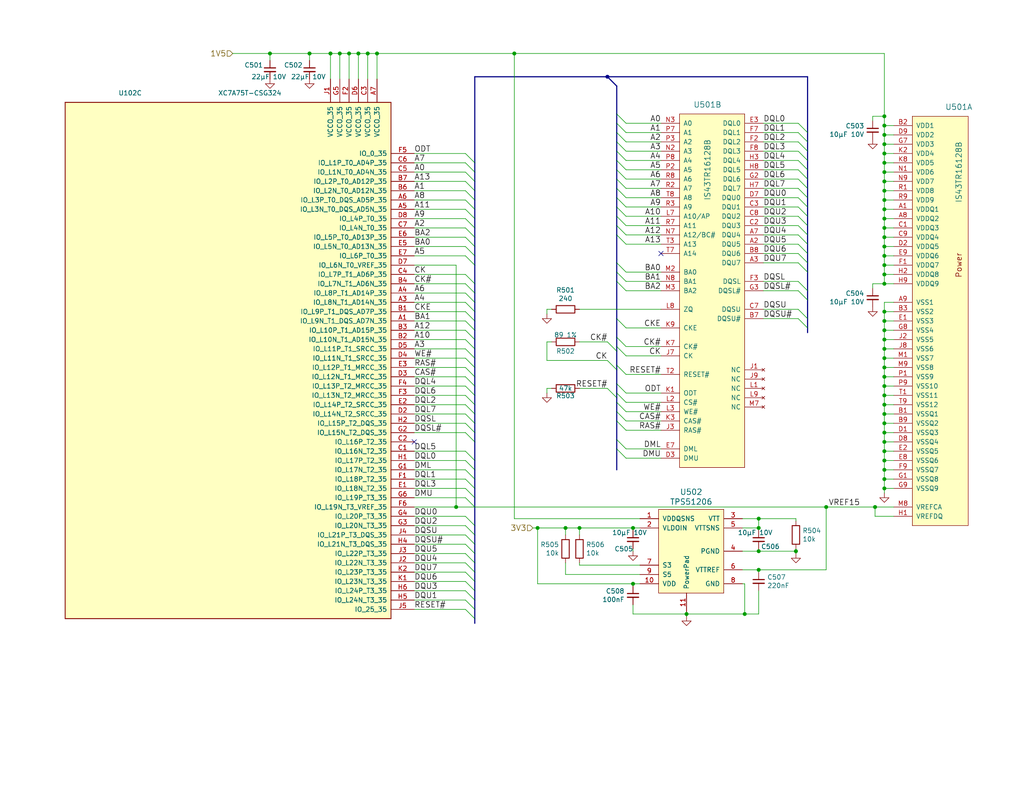
<source format=kicad_sch>
(kicad_sch (version 20230121) (generator eeschema)
  (paper "A")
  (title_block (title "Memory") (date "2020-11-16") (rev "0.2"))
  (junction (at 241.3 102.87))
  (junction (at 241.3 31.75))
  (junction (at 92.71 14.605))
  (junction (at 124.46 138.43))
  (junction (at 241.3 85.09))
  (junction (at 241.3 133.35))
  (junction (at 207.01 150.495))
  (junction (at 241.3 72.39))
  (junction (at 241.3 90.17))
  (junction (at 241.3 54.61))
  (junction (at 207.01 141.605))
  (junction (at 241.3 64.77))
  (junction (at 241.3 77.47))
  (junction (at 241.3 120.65))
  (junction (at 241.3 39.37))
  (junction (at 241.3 107.95))
  (junction (at 241.3 95.25))
  (junction (at 73.66 14.605))
  (junction (at 217.17 150.495))
  (junction (at 95.25 14.605))
  (junction (at 172.72 144.145))
  (junction (at 158.115 144.145))
  (junction (at 154.305 144.145))
  (junction (at 241.3 113.03))
  (junction (at 241.3 46.99))
  (junction (at 241.3 44.45))
  (junction (at 241.3 125.73))
  (junction (at 241.3 128.27))
  (junction (at 241.3 92.71))
  (junction (at 165.735 20.955))
  (junction (at 241.3 52.07))
  (junction (at 241.3 57.15))
  (junction (at 207.01 144.145))
  (junction (at 241.3 110.49))
  (junction (at 241.3 115.57))
  (junction (at 241.3 49.53))
  (junction (at 238.76 138.43))
  (junction (at 172.72 159.385))
  (junction (at 146.685 144.145))
  (junction (at 84.455 14.605))
  (junction (at 241.3 123.19))
  (junction (at 207.01 155.575))
  (junction (at 241.3 67.31))
  (junction (at 241.3 69.85))
  (junction (at 241.3 100.33))
  (junction (at 241.3 59.69))
  (junction (at 241.3 41.91))
  (junction (at 241.3 105.41))
  (junction (at 97.79 14.605))
  (junction (at 100.33 14.605))
  (junction (at 187.325 167.64))
  (junction (at 102.87 14.605))
  (junction (at 241.3 130.81))
  (junction (at 241.3 97.79))
  (junction (at 225.425 138.43))
  (junction (at 241.3 36.83))
  (junction (at 241.3 34.29))
  (junction (at 90.17 14.605))
  (junction (at 241.3 62.23))
  (junction (at 203.2 167.64))
  (junction (at 140.335 14.605))
  (junction (at 241.3 74.93))
  (junction (at 241.3 118.11))
  (junction (at 241.3 87.63))
  (no_connect (at 113.03 120.65))
  (no_connect (at 180.34 69.215))
  (bus_entry (at 168.275 94.615) (size 2.54 2.54))
  (bus_entry (at 168.275 99.695) (size 2.54 2.54))
  (bus_entry (at 127 143.51) (size 2.54 2.54))
  (bus_entry (at 217.805 59.055) (size 2.54 2.54))
  (bus_entry (at 127 46.99) (size 2.54 2.54))
  (bus_entry (at 127 92.71) (size 2.54 2.54))
  (bus_entry (at 127 115.57) (size 2.54 2.54))
  (bus_entry (at 168.275 112.395) (size 2.54 2.54))
  (bus_entry (at 168.275 56.515) (size 2.54 2.54))
  (bus_entry (at 168.275 86.995) (size 2.54 2.54))
  (bus_entry (at 127 74.93) (size 2.54 2.54))
  (bus_entry (at 127 64.77) (size 2.54 2.54))
  (bus_entry (at 127 90.17) (size 2.54 2.54))
  (bus_entry (at 217.805 46.355) (size 2.54 2.54))
  (bus_entry (at 217.805 38.735) (size 2.54 2.54))
  (bus_entry (at 127 62.23) (size 2.54 2.54))
  (bus_entry (at 127 125.73) (size 2.54 2.54))
  (bus_entry (at 168.275 38.735) (size 2.54 2.54))
  (bus_entry (at 217.805 43.815) (size 2.54 2.54))
  (bus_entry (at 127 146.05) (size 2.54 2.54))
  (bus_entry (at 168.275 53.975) (size 2.54 2.54))
  (bus_entry (at 168.275 114.935) (size 2.54 2.54))
  (bus_entry (at 127 105.41) (size 2.54 2.54))
  (bus_entry (at 168.275 33.655) (size 2.54 2.54))
  (bus_entry (at 165.735 93.345) (size 2.54 2.54))
  (bus_entry (at 168.275 36.195) (size 2.54 2.54))
  (bus_entry (at 127 97.79) (size 2.54 2.54))
  (bus_entry (at 168.275 122.555) (size 2.54 2.54))
  (bus_entry (at 127 140.97) (size 2.54 2.54))
  (bus_entry (at 217.805 79.375) (size 2.54 2.54))
  (bus_entry (at 127 95.25) (size 2.54 2.54))
  (bus_entry (at 217.805 69.215) (size 2.54 2.54))
  (bus_entry (at 168.275 46.355) (size 2.54 2.54))
  (bus_entry (at 127 148.59) (size 2.54 2.54))
  (bus_entry (at 165.735 98.425) (size 2.54 2.54))
  (bus_entry (at 127 133.35) (size 2.54 2.54))
  (bus_entry (at 127 166.37) (size 2.54 2.54))
  (bus_entry (at 168.275 104.775) (size 2.54 2.54))
  (bus_entry (at 217.805 41.275) (size 2.54 2.54))
  (bus_entry (at 127 130.81) (size 2.54 2.54))
  (bus_entry (at 127 163.83) (size 2.54 2.54))
  (bus_entry (at 127 49.53) (size 2.54 2.54))
  (bus_entry (at 127 67.31) (size 2.54 2.54))
  (bus_entry (at 127 158.75) (size 2.54 2.54))
  (bus_entry (at 217.805 53.975) (size 2.54 2.54))
  (bus_entry (at 217.805 48.895) (size 2.54 2.54))
  (bus_entry (at 168.275 120.015) (size 2.54 2.54))
  (bus_entry (at 217.805 66.675) (size 2.54 2.54))
  (bus_entry (at 217.805 64.135) (size 2.54 2.54))
  (bus_entry (at 168.275 43.815) (size 2.54 2.54))
  (bus_entry (at 127 44.45) (size 2.54 2.54))
  (bus_entry (at 168.275 48.895) (size 2.54 2.54))
  (bus_entry (at 127 102.87) (size 2.54 2.54))
  (bus_entry (at 217.805 71.755) (size 2.54 2.54))
  (bus_entry (at 127 128.27) (size 2.54 2.54))
  (bus_entry (at 165.735 106.045) (size 2.54 2.54))
  (bus_entry (at 168.275 59.055) (size 2.54 2.54))
  (bus_entry (at 127 135.89) (size 2.54 2.54))
  (bus_entry (at 127 69.85) (size 2.54 2.54))
  (bus_entry (at 217.805 86.995) (size 2.54 2.54))
  (bus_entry (at 217.805 33.655) (size 2.54 2.54))
  (bus_entry (at 127 113.03) (size 2.54 2.54))
  (bus_entry (at 168.275 64.135) (size 2.54 2.54))
  (bus_entry (at 127 156.21) (size 2.54 2.54))
  (bus_entry (at 127 100.33) (size 2.54 2.54))
  (bus_entry (at 127 59.69) (size 2.54 2.54))
  (bus_entry (at 217.805 61.595) (size 2.54 2.54))
  (bus_entry (at 217.805 84.455) (size 2.54 2.54))
  (bus_entry (at 168.275 51.435) (size 2.54 2.54))
  (bus_entry (at 127 80.01) (size 2.54 2.54))
  (bus_entry (at 127 77.47) (size 2.54 2.54))
  (bus_entry (at 127 87.63) (size 2.54 2.54))
  (bus_entry (at 168.275 74.295) (size 2.54 2.54))
  (bus_entry (at 127 118.11) (size 2.54 2.54))
  (bus_entry (at 127 41.91) (size 2.54 2.54))
  (bus_entry (at 127 153.67) (size 2.54 2.54))
  (bus_entry (at 127 85.09) (size 2.54 2.54))
  (bus_entry (at 168.275 109.855) (size 2.54 2.54))
  (bus_entry (at 127 161.29) (size 2.54 2.54))
  (bus_entry (at 127 151.13) (size 2.54 2.54))
  (bus_entry (at 168.275 61.595) (size 2.54 2.54))
  (bus_entry (at 127 82.55) (size 2.54 2.54))
  (bus_entry (at 217.805 56.515) (size 2.54 2.54))
  (bus_entry (at 217.805 76.835) (size 2.54 2.54))
  (bus_entry (at 168.275 31.115) (size 2.54 2.54))
  (bus_entry (at 127 52.07) (size 2.54 2.54))
  (bus_entry (at 168.275 76.835) (size 2.54 2.54))
  (bus_entry (at 217.805 36.195) (size 2.54 2.54))
  (bus_entry (at 168.275 41.275) (size 2.54 2.54))
  (bus_entry (at 127 110.49) (size 2.54 2.54))
  (bus_entry (at 168.275 92.075) (size 2.54 2.54))
  (bus_entry (at 127 57.15) (size 2.54 2.54))
  (bus_entry (at 217.805 51.435) (size 2.54 2.54))
  (bus_entry (at 127 54.61) (size 2.54 2.54))
  (bus_entry (at 168.275 71.755) (size 2.54 2.54))
  (bus_entry (at 127 107.95) (size 2.54 2.54))
  (bus_entry (at 168.275 107.315) (size 2.54 2.54))
  (bus_entry (at 127 123.19) (size 2.54 2.54))
  (bus (pts (xy 168.275 41.275) (xy 168.275 43.815)))
  (wire (pts (xy 180.34 64.135) (xy 170.815 64.135)))
  (wire (pts (xy 241.3 128.27) (xy 241.3 130.81)))
  (wire (pts (xy 187.325 167.64) (xy 203.2 167.64)))
  (wire (pts (xy 127 156.21) (xy 113.03 156.21)))
  (bus (pts (xy 129.54 156.21) (xy 129.54 158.75)))
  (wire (pts (xy 241.3 46.99) (xy 241.3 49.53)))
  (wire (pts (xy 241.3 46.99) (xy 243.84 46.99)))
  (wire (pts (xy 170.815 125.095) (xy 180.34 125.095)))
  (bus (pts (xy 129.54 77.47) (xy 129.54 80.01)))
  (bus (pts (xy 168.275 109.855) (xy 168.275 112.395)))
  (wire (pts (xy 140.335 14.605) (xy 241.3 14.605)))
  (wire (pts (xy 180.34 79.375) (xy 170.815 79.375)))
  (bus (pts (xy 129.54 67.31) (xy 129.54 69.85)))
  (bus (pts (xy 129.54 118.11) (xy 129.54 120.65)))
  (wire (pts (xy 124.46 138.43) (xy 129.54 138.43)))
  (wire (pts (xy 149.225 107.315) (xy 149.225 106.045)))
  (wire (pts (xy 217.805 48.895) (xy 208.28 48.895)))
  (wire (pts (xy 241.3 44.45) (xy 241.3 46.99)))
  (wire (pts (xy 73.66 16.51) (xy 73.66 14.605)))
  (wire (pts (xy 241.3 118.11) (xy 241.3 120.65)))
  (wire (pts (xy 180.34 38.735) (xy 170.815 38.735)))
  (wire (pts (xy 243.84 140.97) (xy 238.76 140.97)))
  (bus (pts (xy 168.275 51.435) (xy 168.275 53.975)))
  (wire (pts (xy 113.03 158.75) (xy 127 158.75)))
  (wire (pts (xy 243.84 82.55) (xy 241.3 82.55)))
  (wire (pts (xy 127 133.35) (xy 113.03 133.35)))
  (bus (pts (xy 129.54 130.81) (xy 129.54 133.35)))
  (wire (pts (xy 113.03 135.89) (xy 127 135.89)))
  (bus (pts (xy 220.345 41.275) (xy 220.345 43.815)))
  (bus (pts (xy 220.345 74.295) (xy 220.345 79.375)))
  (wire (pts (xy 92.71 14.605) (xy 95.25 14.605)))
  (wire (pts (xy 217.805 51.435) (xy 208.28 51.435)))
  (wire (pts (xy 241.3 57.15) (xy 243.84 57.15)))
  (wire (pts (xy 241.3 113.03) (xy 243.84 113.03)))
  (wire (pts (xy 140.335 14.605) (xy 140.335 141.605)))
  (wire (pts (xy 113.03 82.55) (xy 127 82.55)))
  (bus (pts (xy 129.54 90.17) (xy 129.54 92.71)))
  (wire (pts (xy 217.805 66.675) (xy 208.28 66.675)))
  (bus (pts (xy 168.275 36.195) (xy 168.275 38.735)))
  (wire (pts (xy 241.3 62.23) (xy 243.84 62.23)))
  (wire (pts (xy 217.805 64.135) (xy 208.28 64.135)))
  (wire (pts (xy 241.3 107.95) (xy 241.3 110.49)))
  (wire (pts (xy 202.565 150.495) (xy 207.01 150.495)))
  (wire (pts (xy 174.625 141.605) (xy 140.335 141.605)))
  (wire (pts (xy 100.33 21.59) (xy 100.33 14.605)))
  (wire (pts (xy 241.3 54.61) (xy 241.3 57.15)))
  (bus (pts (xy 168.275 94.615) (xy 168.275 95.885)))
  (wire (pts (xy 241.3 85.09) (xy 241.3 87.63)))
  (bus (pts (xy 168.275 120.015) (xy 168.275 122.555)))
  (wire (pts (xy 217.805 46.355) (xy 208.28 46.355)))
  (wire (pts (xy 84.455 14.605) (xy 90.17 14.605)))
  (wire (pts (xy 127 151.13) (xy 113.03 151.13)))
  (wire (pts (xy 241.3 110.49) (xy 241.3 113.03)))
  (wire (pts (xy 238.76 140.97) (xy 238.76 138.43)))
  (bus (pts (xy 168.275 48.895) (xy 168.275 51.435)))
  (wire (pts (xy 95.25 21.59) (xy 95.25 14.605)))
  (wire (pts (xy 170.815 122.555) (xy 180.34 122.555)))
  (wire (pts (xy 241.3 14.605) (xy 241.3 31.75)))
  (wire (pts (xy 149.225 93.345) (xy 150.495 93.345)))
  (wire (pts (xy 113.03 41.91) (xy 127 41.91)))
  (wire (pts (xy 207.01 141.605) (xy 207.01 144.145)))
  (wire (pts (xy 217.805 69.215) (xy 208.28 69.215)))
  (wire (pts (xy 158.115 93.345) (xy 165.735 93.345)))
  (bus (pts (xy 129.54 158.75) (xy 129.54 161.29)))
  (wire (pts (xy 241.3 34.29) (xy 241.3 36.83)))
  (wire (pts (xy 170.815 117.475) (xy 180.34 117.475)))
  (bus (pts (xy 129.54 133.35) (xy 129.54 135.89)))
  (wire (pts (xy 241.3 102.87) (xy 243.84 102.87)))
  (wire (pts (xy 207.01 141.605) (xy 217.17 141.605)))
  (wire (pts (xy 241.3 90.17) (xy 241.3 92.71)))
  (wire (pts (xy 241.3 77.47) (xy 243.84 77.47)))
  (bus (pts (xy 220.345 38.735) (xy 220.345 41.275)))
  (wire (pts (xy 113.03 100.33) (xy 127 100.33)))
  (bus (pts (xy 129.54 92.71) (xy 129.54 95.25)))
  (wire (pts (xy 154.305 153.67) (xy 154.305 156.845)))
  (wire (pts (xy 241.3 110.49) (xy 243.84 110.49)))
  (bus (pts (xy 220.345 46.355) (xy 220.345 48.895)))
  (wire (pts (xy 241.3 62.23) (xy 241.3 64.77)))
  (wire (pts (xy 149.225 98.425) (xy 149.225 93.345)))
  (wire (pts (xy 241.3 92.71) (xy 243.84 92.71)))
  (bus (pts (xy 168.275 76.835) (xy 168.275 86.995)))
  (wire (pts (xy 113.03 113.03) (xy 127 113.03)))
  (bus (pts (xy 129.54 105.41) (xy 129.54 107.95)))
  (wire (pts (xy 241.3 41.91) (xy 243.84 41.91)))
  (wire (pts (xy 217.17 150.495) (xy 217.17 151.13)))
  (bus (pts (xy 220.345 20.955) (xy 220.345 36.195)))
  (wire (pts (xy 180.34 43.815) (xy 170.815 43.815)))
  (wire (pts (xy 73.66 14.605) (xy 84.455 14.605)))
  (wire (pts (xy 146.685 159.385) (xy 146.685 144.145)))
  (wire (pts (xy 180.34 114.935) (xy 170.815 114.935)))
  (bus (pts (xy 129.54 69.85) (xy 129.54 72.39)))
  (bus (pts (xy 168.275 112.395) (xy 168.275 114.935)))
  (bus (pts (xy 168.275 33.655) (xy 168.275 36.195)))
  (wire (pts (xy 129.54 138.43) (xy 225.425 138.43)))
  (wire (pts (xy 180.34 76.835) (xy 170.815 76.835)))
  (wire (pts (xy 241.3 72.39) (xy 243.84 72.39)))
  (wire (pts (xy 241.3 67.31) (xy 243.84 67.31)))
  (bus (pts (xy 168.275 107.315) (xy 168.275 108.585)))
  (wire (pts (xy 158.115 154.305) (xy 174.625 154.305)))
  (wire (pts (xy 187.325 167.005) (xy 187.325 167.64)))
  (wire (pts (xy 241.3 95.25) (xy 243.84 95.25)))
  (wire (pts (xy 217.805 43.815) (xy 208.28 43.815)))
  (wire (pts (xy 113.03 92.71) (xy 127 92.71)))
  (wire (pts (xy 180.34 33.655) (xy 170.815 33.655)))
  (wire (pts (xy 154.305 144.145) (xy 158.115 144.145)))
  (wire (pts (xy 174.625 159.385) (xy 172.72 159.385)))
  (wire (pts (xy 127 110.49) (xy 113.03 110.49)))
  (wire (pts (xy 241.3 31.75) (xy 241.3 34.29)))
  (wire (pts (xy 113.03 72.39) (xy 124.46 72.39)))
  (wire (pts (xy 180.34 97.155) (xy 170.815 97.155)))
  (bus (pts (xy 220.345 89.535) (xy 220.345 90.805)))
  (wire (pts (xy 180.34 59.055) (xy 170.815 59.055)))
  (bus (pts (xy 168.275 122.555) (xy 168.275 128.27)))
  (wire (pts (xy 113.03 46.99) (xy 127 46.99)))
  (wire (pts (xy 113.03 153.67) (xy 127 153.67)))
  (wire (pts (xy 154.305 156.845) (xy 174.625 156.845)))
  (bus (pts (xy 129.54 143.51) (xy 129.54 146.05)))
  (wire (pts (xy 241.3 128.27) (xy 243.84 128.27)))
  (bus (pts (xy 168.275 108.585) (xy 168.275 109.855)))
  (bus (pts (xy 168.275 64.135) (xy 168.275 71.755)))
  (wire (pts (xy 217.805 86.995) (xy 208.28 86.995)))
  (wire (pts (xy 217.805 71.755) (xy 208.28 71.755)))
  (bus (pts (xy 168.275 71.755) (xy 168.275 74.295)))
  (wire (pts (xy 172.72 165.1) (xy 172.72 167.64)))
  (wire (pts (xy 241.3 97.79) (xy 241.3 100.33)))
  (wire (pts (xy 241.3 125.73) (xy 243.84 125.73)))
  (wire (pts (xy 238.125 33.02) (xy 238.125 31.75)))
  (wire (pts (xy 241.3 100.33) (xy 243.84 100.33)))
  (wire (pts (xy 241.3 52.07) (xy 241.3 54.61)))
  (bus (pts (xy 168.275 46.355) (xy 168.275 48.895)))
  (wire (pts (xy 158.115 144.145) (xy 172.72 144.145)))
  (wire (pts (xy 241.3 74.93) (xy 241.3 77.47)))
  (wire (pts (xy 203.2 167.64) (xy 207.01 167.64)))
  (bus (pts (xy 129.54 72.39) (xy 129.54 77.47)))
  (wire (pts (xy 241.3 115.57) (xy 243.84 115.57)))
  (wire (pts (xy 241.3 120.65) (xy 243.84 120.65)))
  (wire (pts (xy 127 64.77) (xy 113.03 64.77)))
  (wire (pts (xy 241.3 90.17) (xy 243.84 90.17)))
  (bus (pts (xy 168.275 95.885) (xy 168.275 99.695)))
  (bus (pts (xy 129.54 125.73) (xy 129.54 128.27)))
  (wire (pts (xy 180.34 46.355) (xy 170.815 46.355)))
  (bus (pts (xy 129.54 20.955) (xy 165.735 20.955)))
  (bus (pts (xy 129.54 128.27) (xy 129.54 130.81)))
  (wire (pts (xy 241.3 95.25) (xy 241.3 97.79)))
  (wire (pts (xy 241.3 36.83) (xy 241.3 39.37)))
  (wire (pts (xy 170.815 94.615) (xy 180.34 94.615)))
  (wire (pts (xy 217.805 53.975) (xy 208.28 53.975)))
  (bus (pts (xy 165.735 20.955) (xy 220.345 20.955)))
  (wire (pts (xy 241.3 100.33) (xy 241.3 102.87)))
  (wire (pts (xy 241.3 130.81) (xy 243.84 130.81)))
  (wire (pts (xy 154.305 146.05) (xy 154.305 144.145)))
  (wire (pts (xy 241.3 74.93) (xy 243.84 74.93)))
  (wire (pts (xy 180.34 51.435) (xy 170.815 51.435)))
  (wire (pts (xy 217.17 150.495) (xy 217.17 149.86)))
  (wire (pts (xy 180.34 109.855) (xy 170.815 109.855)))
  (wire (pts (xy 113.03 44.45) (xy 127 44.45)))
  (wire (pts (xy 165.735 98.425) (xy 149.225 98.425)))
  (wire (pts (xy 127 123.19) (xy 113.03 123.19)))
  (wire (pts (xy 150.495 84.455) (xy 149.225 84.455)))
  (bus (pts (xy 165.735 20.955) (xy 168.275 23.495)))
  (wire (pts (xy 113.03 125.73) (xy 127 125.73)))
  (wire (pts (xy 180.34 53.975) (xy 170.815 53.975)))
  (wire (pts (xy 241.3 67.31) (xy 241.3 69.85)))
  (bus (pts (xy 168.275 56.515) (xy 168.275 59.055)))
  (bus (pts (xy 129.54 166.37) (xy 129.54 168.91)))
  (bus (pts (xy 168.275 38.735) (xy 168.275 41.275)))
  (wire (pts (xy 124.46 72.39) (xy 124.46 138.43)))
  (wire (pts (xy 207.01 150.495) (xy 217.17 150.495)))
  (wire (pts (xy 97.79 14.605) (xy 100.33 14.605)))
  (wire (pts (xy 241.3 39.37) (xy 241.3 41.91)))
  (wire (pts (xy 241.3 97.79) (xy 243.84 97.79)))
  (wire (pts (xy 241.3 69.85) (xy 243.84 69.85)))
  (bus (pts (xy 220.345 71.755) (xy 220.345 74.295)))
  (bus (pts (xy 129.54 168.91) (xy 129.54 170.18)))
  (wire (pts (xy 217.17 141.605) (xy 217.17 142.24)))
  (bus (pts (xy 168.275 86.995) (xy 168.275 92.075)))
  (wire (pts (xy 202.565 159.385) (xy 203.2 159.385)))
  (wire (pts (xy 113.03 102.87) (xy 127 102.87)))
  (wire (pts (xy 180.34 61.595) (xy 170.815 61.595)))
  (wire (pts (xy 127 97.79) (xy 113.03 97.79)))
  (bus (pts (xy 220.345 48.895) (xy 220.345 51.435)))
  (wire (pts (xy 180.34 36.195) (xy 170.815 36.195)))
  (wire (pts (xy 113.03 49.53) (xy 127 49.53)))
  (bus (pts (xy 220.345 79.375) (xy 220.345 81.915)))
  (wire (pts (xy 127 74.93) (xy 113.03 74.93)))
  (wire (pts (xy 180.34 107.315) (xy 170.815 107.315)))
  (wire (pts (xy 217.805 56.515) (xy 208.28 56.515)))
  (wire (pts (xy 124.46 138.43) (xy 113.03 138.43)))
  (bus (pts (xy 129.54 62.23) (xy 129.54 64.77)))
  (bus (pts (xy 220.345 69.215) (xy 220.345 71.755)))
  (bus (pts (xy 168.275 61.595) (xy 168.275 64.135)))
  (wire (pts (xy 113.03 163.83) (xy 127 163.83)))
  (wire (pts (xy 180.34 89.535) (xy 170.815 89.535)))
  (wire (pts (xy 172.72 160.02) (xy 172.72 159.385)))
  (wire (pts (xy 217.805 84.455) (xy 208.28 84.455)))
  (bus (pts (xy 220.345 56.515) (xy 220.345 59.055)))
  (wire (pts (xy 113.03 77.47) (xy 127 77.47)))
  (bus (pts (xy 220.345 66.675) (xy 220.345 69.215)))
  (wire (pts (xy 113.03 130.81) (xy 127 130.81)))
  (wire (pts (xy 127 69.85) (xy 113.03 69.85)))
  (wire (pts (xy 241.3 64.77) (xy 241.3 67.31)))
  (wire (pts (xy 241.3 118.11) (xy 243.84 118.11)))
  (bus (pts (xy 168.275 92.075) (xy 168.275 94.615)))
  (bus (pts (xy 129.54 54.61) (xy 129.54 57.15)))
  (wire (pts (xy 113.03 54.61) (xy 127 54.61)))
  (wire (pts (xy 180.34 74.295) (xy 170.815 74.295)))
  (wire (pts (xy 241.3 105.41) (xy 241.3 107.95)))
  (wire (pts (xy 127 85.09) (xy 113.03 85.09)))
  (wire (pts (xy 127 140.97) (xy 113.03 140.97)))
  (wire (pts (xy 113.03 148.59) (xy 127 148.59)))
  (wire (pts (xy 149.225 84.455) (xy 149.225 85.725)))
  (wire (pts (xy 241.3 54.61) (xy 243.84 54.61)))
  (bus (pts (xy 129.54 44.45) (xy 129.54 46.99)))
  (wire (pts (xy 158.115 84.455) (xy 180.34 84.455)))
  (wire (pts (xy 217.805 79.375) (xy 208.28 79.375)))
  (wire (pts (xy 241.3 69.85) (xy 241.3 72.39)))
  (wire (pts (xy 146.685 144.145) (xy 154.305 144.145)))
  (bus (pts (xy 220.345 81.915) (xy 220.345 86.995)))
  (bus (pts (xy 220.345 59.055) (xy 220.345 61.595)))
  (bus (pts (xy 168.275 114.935) (xy 168.275 120.015)))
  (bus (pts (xy 168.275 43.815) (xy 168.275 46.355)))
  (bus (pts (xy 129.54 46.99) (xy 129.54 49.53)))
  (wire (pts (xy 241.3 49.53) (xy 241.3 52.07)))
  (bus (pts (xy 168.275 23.495) (xy 168.275 31.115)))
  (wire (pts (xy 217.805 41.275) (xy 208.28 41.275)))
  (bus (pts (xy 220.345 86.995) (xy 220.345 89.535)))
  (wire (pts (xy 102.87 14.605) (xy 100.33 14.605)))
  (bus (pts (xy 129.54 85.09) (xy 129.54 87.63)))
  (wire (pts (xy 241.3 49.53) (xy 243.84 49.53)))
  (bus (pts (xy 220.345 61.595) (xy 220.345 64.135)))
  (wire (pts (xy 241.3 113.03) (xy 241.3 115.57)))
  (bus (pts (xy 168.275 100.965) (xy 168.275 104.775)))
  (wire (pts (xy 241.3 120.65) (xy 241.3 123.19)))
  (wire (pts (xy 241.3 87.63) (xy 241.3 90.17)))
  (wire (pts (xy 241.3 57.15) (xy 241.3 59.69)))
  (bus (pts (xy 129.54 110.49) (xy 129.54 113.03)))
  (wire (pts (xy 84.455 16.51) (xy 84.455 14.605)))
  (wire (pts (xy 217.805 76.835) (xy 208.28 76.835)))
  (wire (pts (xy 217.805 61.595) (xy 208.28 61.595)))
  (wire (pts (xy 202.565 155.575) (xy 207.01 155.575)))
  (bus (pts (xy 129.54 115.57) (xy 129.54 118.11)))
  (bus (pts (xy 220.345 53.975) (xy 220.345 56.515)))
  (wire (pts (xy 180.34 66.675) (xy 170.815 66.675)))
  (bus (pts (xy 129.54 138.43) (xy 129.54 143.51)))
  (wire (pts (xy 238.125 77.47) (xy 241.3 77.47)))
  (wire (pts (xy 149.225 106.045) (xy 150.495 106.045)))
  (bus (pts (xy 129.54 82.55) (xy 129.54 85.09)))
  (bus (pts (xy 129.54 20.955) (xy 129.54 44.45)))
  (bus (pts (xy 129.54 151.13) (xy 129.54 153.67)))
  (bus (pts (xy 168.275 53.975) (xy 168.275 56.515)))
  (wire (pts (xy 180.34 102.235) (xy 170.815 102.235)))
  (bus (pts (xy 129.54 148.59) (xy 129.54 151.13)))
  (wire (pts (xy 127 105.41) (xy 113.03 105.41)))
  (wire (pts (xy 113.03 118.11) (xy 127 118.11)))
  (wire (pts (xy 241.3 39.37) (xy 243.84 39.37)))
  (bus (pts (xy 220.345 64.135) (xy 220.345 66.675)))
  (wire (pts (xy 241.3 59.69) (xy 241.3 62.23)))
  (wire (pts (xy 241.3 52.07) (xy 243.84 52.07)))
  (bus (pts (xy 129.54 113.03) (xy 129.54 115.57)))
  (wire (pts (xy 241.3 82.55) (xy 241.3 85.09)))
  (bus (pts (xy 129.54 59.69) (xy 129.54 62.23)))
  (wire (pts (xy 207.01 144.145) (xy 207.01 144.78)))
  (bus (pts (xy 129.54 87.63) (xy 129.54 90.17)))
  (wire (pts (xy 180.34 112.395) (xy 170.815 112.395)))
  (bus (pts (xy 129.54 120.65) (xy 129.54 125.73)))
  (wire (pts (xy 187.325 167.64) (xy 187.325 168.275)))
  (wire (pts (xy 217.805 33.655) (xy 208.28 33.655)))
  (wire (pts (xy 225.425 138.43) (xy 238.76 138.43)))
  (wire (pts (xy 217.805 36.195) (xy 208.28 36.195)))
  (wire (pts (xy 241.3 41.91) (xy 241.3 44.45)))
  (wire (pts (xy 241.3 105.41) (xy 243.84 105.41)))
  (bus (pts (xy 220.345 51.435) (xy 220.345 53.975)))
  (bus (pts (xy 129.54 80.01) (xy 129.54 82.55)))
  (bus (pts (xy 129.54 52.07) (xy 129.54 54.61)))
  (wire (pts (xy 241.3 133.35) (xy 243.84 133.35)))
  (wire (pts (xy 241.3 87.63) (xy 243.84 87.63)))
  (wire (pts (xy 172.72 144.78) (xy 172.72 144.145)))
  (wire (pts (xy 113.03 59.69) (xy 127 59.69)))
  (wire (pts (xy 243.84 85.09) (xy 241.3 85.09)))
  (bus (pts (xy 168.275 104.775) (xy 168.275 107.315)))
  (wire (pts (xy 158.115 106.045) (xy 165.735 106.045)))
  (wire (pts (xy 241.3 36.83) (xy 243.84 36.83)))
  (wire (pts (xy 113.03 87.63) (xy 127 87.63)))
  (bus (pts (xy 168.275 59.055) (xy 168.275 61.595)))
  (wire (pts (xy 202.565 141.605) (xy 207.01 141.605)))
  (wire (pts (xy 217.805 38.735) (xy 208.28 38.735)))
  (wire (pts (xy 241.3 107.95) (xy 243.84 107.95)))
  (wire (pts (xy 207.01 150.495) (xy 207.01 149.86)))
  (wire (pts (xy 203.2 159.385) (xy 203.2 167.64)))
  (wire (pts (xy 113.03 52.07) (xy 127 52.07)))
  (wire (pts (xy 90.17 21.59) (xy 90.17 14.605)))
  (wire (pts (xy 241.3 125.73) (xy 241.3 128.27)))
  (wire (pts (xy 102.87 14.605) (xy 140.335 14.605)))
  (wire (pts (xy 113.03 67.31) (xy 127 67.31)))
  (bus (pts (xy 129.54 146.05) (xy 129.54 148.59)))
  (wire (pts (xy 95.25 14.605) (xy 97.79 14.605)))
  (wire (pts (xy 241.3 72.39) (xy 241.3 74.93)))
  (wire (pts (xy 113.03 107.95) (xy 127 107.95)))
  (wire (pts (xy 127 128.27) (xy 113.03 128.27)))
  (bus (pts (xy 129.54 64.77) (xy 129.54 67.31)))
  (bus (pts (xy 129.54 135.89) (xy 129.54 138.43)))
  (wire (pts (xy 127 115.57) (xy 113.03 115.57)))
  (bus (pts (xy 129.54 107.95) (xy 129.54 110.49)))
  (wire (pts (xy 243.84 34.29) (xy 241.3 34.29)))
  (wire (pts (xy 172.72 159.385) (xy 146.685 159.385)))
  (bus (pts (xy 129.54 161.29) (xy 129.54 163.83)))
  (wire (pts (xy 202.565 144.145) (xy 207.01 144.145)))
  (wire (pts (xy 207.01 155.575) (xy 207.01 156.21)))
  (wire (pts (xy 241.3 123.19) (xy 243.84 123.19)))
  (wire (pts (xy 241.3 130.81) (xy 241.3 133.35)))
  (wire (pts (xy 63.5 14.605) (xy 73.66 14.605)))
  (wire (pts (xy 180.34 56.515) (xy 170.815 56.515)))
  (wire (pts (xy 217.805 59.055) (xy 208.28 59.055)))
  (wire (pts (xy 207.01 167.64) (xy 207.01 161.29)))
  (wire (pts (xy 113.03 95.25) (xy 127 95.25)))
  (wire (pts (xy 172.72 167.64) (xy 187.325 167.64)))
  (wire (pts (xy 113.03 166.37) (xy 127 166.37)))
  (wire (pts (xy 127 80.01) (xy 113.03 80.01)))
  (bus (pts (xy 129.54 163.83) (xy 129.54 166.37)))
  (wire (pts (xy 113.03 62.23) (xy 127 62.23)))
  (wire (pts (xy 207.01 155.575) (xy 225.425 155.575)))
  (wire (pts (xy 172.72 150.495) (xy 172.72 149.86)))
  (wire (pts (xy 241.3 102.87) (xy 241.3 105.41)))
  (wire (pts (xy 241.3 64.77) (xy 243.84 64.77)))
  (wire (pts (xy 241.3 59.69) (xy 243.84 59.69)))
  (wire (pts (xy 172.72 144.145) (xy 174.625 144.145)))
  (bus (pts (xy 129.54 49.53) (xy 129.54 52.07)))
  (wire (pts (xy 97.79 21.59) (xy 97.79 14.605)))
  (wire (pts (xy 238.125 78.74) (xy 238.125 77.47)))
  (bus (pts (xy 168.275 99.695) (xy 168.275 100.965)))
  (bus (pts (xy 220.345 43.815) (xy 220.345 46.355)))
  (wire (pts (xy 127 161.29) (xy 113.03 161.29)))
  (wire (pts (xy 241.3 123.19) (xy 241.3 125.73)))
  (bus (pts (xy 129.54 95.25) (xy 129.54 97.79)))
  (bus (pts (xy 129.54 57.15) (xy 129.54 59.69)))
  (bus (pts (xy 220.345 36.195) (xy 220.345 38.735)))
  (wire (pts (xy 90.17 14.605) (xy 92.71 14.605)))
  (wire (pts (xy 241.3 92.71) (xy 241.3 95.25)))
  (wire (pts (xy 127 90.17) (xy 113.03 90.17)))
  (wire (pts (xy 238.125 31.75) (xy 241.3 31.75)))
  (wire (pts (xy 241.3 133.35) (xy 241.3 134.62)))
  (wire (pts (xy 113.03 143.51) (xy 127 143.51)))
  (wire (pts (xy 102.87 14.605) (xy 102.87 21.59)))
  (wire (pts (xy 180.34 48.895) (xy 170.815 48.895)))
  (wire (pts (xy 158.115 153.67) (xy 158.115 154.305)))
  (bus (pts (xy 129.54 153.67) (xy 129.54 156.21)))
  (wire (pts (xy 225.425 155.575) (xy 225.425 138.43)))
  (wire (pts (xy 145.415 144.145) (xy 146.685 144.145)))
  (wire (pts (xy 92.71 21.59) (xy 92.71 14.605)))
  (bus (pts (xy 129.54 102.87) (xy 129.54 105.41)))
  (wire (pts (xy 113.03 57.15) (xy 127 57.15)))
  (wire (pts (xy 241.3 44.45) (xy 243.84 44.45)))
  (bus (pts (xy 129.54 100.33) (xy 129.54 102.87)))
  (wire (pts (xy 127 146.05) (xy 113.03 146.05)))
  (bus (pts (xy 168.275 31.115) (xy 168.275 33.655)))
  (wire (pts (xy 180.34 41.275) (xy 170.815 41.275)))
  (wire (pts (xy 158.115 146.05) (xy 158.115 144.145)))
  (wire (pts (xy 238.76 138.43) (xy 243.84 138.43)))
  (wire (pts (xy 241.3 115.57) (xy 241.3 118.11)))
  (bus (pts (xy 129.54 97.79) (xy 129.54 100.33)))
  (bus (pts (xy 168.275 74.295) (xy 168.275 76.835)))
  (label "DQL2" (at 208.28 38.735 0) (effects (font (size 1.524 1.524))))
  (label "CKE" (at 180.34 89.535 180) (effects (font (size 1.524 1.524))))
  (label "A8" (at 113.03 54.61 0) (effects (font (size 1.524 1.524))))
  (label "CAS#" (at 113.03 102.87 0) (effects (font (size 1.524 1.524))))
  (label "DQSL#" (at 208.28 79.375 0) (effects (font (size 1.524 1.524))))
  (label "BA2" (at 180.34 79.375 180) (effects (font (size 1.524 1.524))))
  (label "DQU7" (at 113.03 156.21 0) (effects (font (size 1.524 1.524))))
  (label "DQU0" (at 208.28 53.975 0) (effects (font (size 1.524 1.524))))
  (label "A5" (at 180.34 46.355 180) (effects (font (size 1.524 1.524))))
  (label "DQL0" (at 208.28 33.655 0) (effects (font (size 1.524 1.524))))
  (label "DQSU" (at 208.28 84.455 0) (effects (font (size 1.524 1.524))))
  (label "DQL2" (at 113.03 110.49 0) (effects (font (size 1.524 1.524))))
  (label "DQL0" (at 113.03 125.73 0) (effects (font (size 1.524 1.524))))
  (label "DQL3" (at 113.03 133.35 0) (effects (font (size 1.524 1.524))))
  (label "DQL1" (at 113.03 130.81 0) (effects (font (size 1.524 1.524))))
  (label "A9" (at 180.34 56.515 180) (effects (font (size 1.524 1.524))))
  (label "DQU4" (at 113.03 153.67 0) (effects (font (size 1.524 1.524))))
  (label "A1" (at 113.03 52.07 0) (effects (font (size 1.524 1.524))))
  (label "DQU3" (at 113.03 161.29 0) (effects (font (size 1.524 1.524))))
  (label "DQL4" (at 113.03 105.41 0) (effects (font (size 1.524 1.524))))
  (label "A6" (at 180.34 48.895 180) (effects (font (size 1.524 1.524))))
  (label "A0" (at 113.03 46.99 0) (effects (font (size 1.524 1.524))))
  (label "DQL1" (at 208.28 36.195 0) (effects (font (size 1.524 1.524))))
  (label "DQL5" (at 113.03 123.19 0) (effects (font (size 1.524 1.524))))
  (label "DQSL" (at 113.03 115.57 0) (effects (font (size 1.524 1.524))))
  (label "DQU6" (at 113.03 158.75 0) (effects (font (size 1.524 1.524))))
  (label "DQU6" (at 208.28 69.215 0) (effects (font (size 1.524 1.524))))
  (label "A13" (at 180.34 66.675 180) (effects (font (size 1.524 1.524))))
  (label "A7" (at 180.34 51.435 180) (effects (font (size 1.524 1.524))))
  (label "BA0" (at 180.34 74.295 180) (effects (font (size 1.524 1.524))))
  (label "A12" (at 113.03 90.17 0) (effects (font (size 1.524 1.524))))
  (label "DQU1" (at 208.28 56.515 0) (effects (font (size 1.524 1.524))))
  (label "A0" (at 180.34 33.655 180) (effects (font (size 1.524 1.524))))
  (label "DQL7" (at 113.03 113.03 0) (effects (font (size 1.524 1.524))))
  (label "DMU" (at 113.03 135.89 0) (effects (font (size 1.524 1.524))))
  (label "DQU2" (at 113.03 143.51 0) (effects (font (size 1.524 1.524))))
  (label "A1" (at 180.34 36.195 180) (effects (font (size 1.524 1.524))))
  (label "BA2" (at 113.03 64.77 0) (effects (font (size 1.524 1.524))))
  (label "A11" (at 180.34 61.595 180) (effects (font (size 1.524 1.524))))
  (label "CK" (at 113.03 74.93 0) (effects (font (size 1.524 1.524))))
  (label "DQSU#" (at 208.28 86.995 0) (effects (font (size 1.524 1.524))))
  (label "RESET#" (at 180.34 102.235 180) (effects (font (size 1.524 1.524))))
  (label "DQU0" (at 113.03 140.97 0) (effects (font (size 1.524 1.524))))
  (label "RESET#" (at 113.03 166.37 0) (effects (font (size 1.524 1.524))))
  (label "DQL7" (at 208.28 51.435 0) (effects (font (size 1.524 1.524))))
  (label "RAS#" (at 113.03 100.33 0) (effects (font (size 1.524 1.524))))
  (label "A3" (at 113.03 95.25 0) (effects (font (size 1.524 1.524))))
  (label "DQL3" (at 208.28 41.275 0) (effects (font (size 1.524 1.524))))
  (label "DQSU" (at 113.03 146.05 0) (effects (font (size 1.524 1.524))))
  (label "DQL6" (at 208.28 48.895 0) (effects (font (size 1.524 1.524))))
  (label "RESET#" (at 165.735 106.045 180) (effects (font (size 1.524 1.524))))
  (label "RAS#" (at 180.34 117.475 180) (effects (font (size 1.524 1.524))))
  (label "A10" (at 180.34 59.055 180) (effects (font (size 1.524 1.524))))
  (label "DML" (at 113.03 128.27 0) (effects (font (size 1.524 1.524))))
  (label "DQU2" (at 208.28 59.055 0) (effects (font (size 1.524 1.524))))
  (label "CKE" (at 113.03 85.09 0) (effects (font (size 1.524 1.524))))
  (label "CK" (at 180.34 97.155 180) (effects (font (size 1.524 1.524))))
  (label "CK#" (at 113.03 77.47 0) (effects (font (size 1.524 1.524))))
  (label "DQL5" (at 208.28 46.355 0) (effects (font (size 1.524 1.524))))
  (label "A12" (at 180.34 64.135 180) (effects (font (size 1.524 1.524))))
  (label "CK#" (at 165.735 93.345 180) (effects (font (size 1.524 1.524))))
  (label "CAS#" (at 180.34 114.935 180) (effects (font (size 1.524 1.524))))
  (label "DQL6" (at 113.03 107.95 0) (effects (font (size 1.524 1.524))))
  (label "DQSL" (at 208.28 76.835 0) (effects (font (size 1.524 1.524))))
  (label "DQU7" (at 208.28 71.755 0) (effects (font (size 1.524 1.524))))
  (label "DQSL#" (at 113.03 118.11 0) (effects (font (size 1.524 1.524))))
  (label "VREF15" (at 226.06 138.43 0) (effects (font (size 1.524 1.524))))
  (label "A8" (at 180.34 53.975 180) (effects (font (size 1.524 1.524))))
  (label "CK" (at 165.735 98.425 180) (effects (font (size 1.524 1.524))))
  (label "BA0" (at 113.03 67.31 0) (effects (font (size 1.524 1.524))))
  (label "DQU5" (at 113.03 151.13 0) (effects (font (size 1.524 1.524))))
  (label "A2" (at 180.34 38.735 180) (effects (font (size 1.524 1.524))))
  (label "BA1" (at 180.34 76.835 180) (effects (font (size 1.524 1.524))))
  (label "DML" (at 180.34 122.555 180) (effects (font (size 1.524 1.524))))
  (label "A11" (at 113.03 57.15 0) (effects (font (size 1.524 1.524))))
  (label "DQSU#" (at 113.03 148.59 0) (effects (font (size 1.524 1.524))))
  (label "A5" (at 113.03 69.85 0) (effects (font (size 1.524 1.524))))
  (label "A2" (at 113.03 62.23 0) (effects (font (size 1.524 1.524))))
  (label "A4" (at 113.03 82.55 0) (effects (font (size 1.524 1.524))))
  (label "DQU1" (at 113.03 163.83 0) (effects (font (size 1.524 1.524))))
  (label "CK#" (at 180.34 94.615 180) (effects (font (size 1.524 1.524))))
  (label "ODT" (at 180.34 107.315 180) (effects (font (size 1.524 1.524))))
  (label "ODT" (at 113.03 41.91 0) (effects (font (size 1.524 1.524))))
  (label "A7" (at 113.03 44.45 0) (effects (font (size 1.524 1.524))))
  (label "BA1" (at 113.03 87.63 0) (effects (font (size 1.524 1.524))))
  (label "DQU5" (at 208.28 66.675 0) (effects (font (size 1.524 1.524))))
  (label "DQU4" (at 208.28 64.135 0) (effects (font (size 1.524 1.524))))
  (label "DQL4" (at 208.28 43.815 0) (effects (font (size 1.524 1.524))))
  (label "DMU" (at 180.34 125.095 180) (effects (font (size 1.524 1.524))))
  (label "A13" (at 113.03 49.53 0) (effects (font (size 1.524 1.524))))
  (label "A4" (at 180.34 43.815 180) (effects (font (size 1.524 1.524))))
  (label "WE#" (at 180.34 112.395 180) (effects (font (size 1.524 1.524))))
  (label "A6" (at 113.03 80.01 0) (effects (font (size 1.524 1.524))))
  (label "DQU3" (at 208.28 61.595 0) (effects (font (size 1.524 1.524))))
  (label "WE#" (at 113.03 97.79 0) (effects (font (size 1.524 1.524))))
  (label "A9" (at 113.03 59.69 0) (effects (font (size 1.524 1.524))))
  (label "A10" (at 113.03 92.71 0) (effects (font (size 1.524 1.524))))
  (label "A3" (at 180.34 41.275 180) (effects (font (size 1.524 1.524))))
  (hierarchical_label "1V5" (shape input) (at 63.5 14.605 180) (effects (font (size 1.524 1.524))))
  (hierarchical_label "3V3" (shape input) (at 145.415 144.145 180) (effects (font (size 1.524 1.524))))
  (symbol (lib_id "myLib:IS43TR16128B") (at 259.08 34.29 0) (mirror y) (unit 1)
    (property "Reference" "U501" (at 261.62 29.21 0) (effects (font (size 1.524 1.524))))
    (property "Value" "IS43TR16128B" (at 261.62 46.99 90) (effects (font (size 1.524 1.524))))
    (property "Footprint" "Package_BGA:BGA-96_9.0x13.0mm_Layout2x3x16_P0.8mm" (effects hide))
  )
  (symbol (lib_id "power:GND") (at 241.3 134.62 0) (mirror y) (unit 1)
    (property "Reference" "#PWR0507" (effects hide))
    (property "Value" "GND" (effects hide))
  )
  (symbol (lib_id "Device:C_Small") (at 238.125 81.28 0) (unit 1)
    (property "Reference" "C504" (at 235.8136 80.1116 0) (effects (justify right)))
    (property "Value" "10µF 10V" (at 235.8136 82.423 0) (effects (justify right)))
    (property "Footprint" "Capacitor_SMD:C_0603_1608Metric" (effects hide))
  )
  (symbol (lib_id "Device:C_Small") (at 238.125 35.56 0) (unit 1)
    (property "Reference" "C503" (at 235.8136 34.3916 0) (effects (justify right)))
    (property "Value" "10µF 10V" (at 235.8136 36.703 0) (effects (justify right)))
    (property "Footprint" "Capacitor_SMD:C_0603_1608Metric" (effects hide))
  )
  (symbol (lib_id "power:GND") (at 84.455 21.59 0) (mirror y) (unit 1)
    (property "Reference" "#PWR0502" (effects hide))
    (property "Value" "GND" (effects hide))
  )
  (symbol (lib_id "Device:C_Small") (at 84.455 19.05 0) (unit 1)
    (property "Reference" "C502" (at 77.47 17.78 0) (effects (justify left)))
    (property "Value" "22µF 10V" (at 79.375 20.955 0) (effects (justify left)))
    (property "Footprint" "Capacitor_SMD:C_0603_1608Metric" (effects hide))
  )
  (symbol (lib_id "Device:C_Small") (at 207.01 147.32 0) (mirror y) (unit 1)
    (property "Reference" "C506" (at 207.645 149.225 0) (effects (justify right)))
    (property "Value" "10µF 10V" (at 201.295 145.415 0) (effects (justify right)))
    (property "Footprint" "Capacitor_SMD:C_0603_1608Metric" (effects hide))
  )
  (symbol (lib_id "power:GND") (at 217.17 151.13 0) (unit 1)
    (property "Reference" "#PWR0509" (effects hide))
    (property "Value" "GND" (effects hide))
  )
  (symbol (lib_id "Device:C_Small") (at 172.72 147.32 0) (unit 1)
    (property "Reference" "C505" (at 167.64 149.86 0) (effects (justify left)))
    (property "Value" "10µF 10V" (at 167.005 145.415 0) (effects (justify left)))
    (property "Footprint" "Capacitor_SMD:C_0603_1608Metric" (effects hide))
  )
  (symbol (lib_id "myLib:TPS51206") (at 179.705 141.605 0) (unit 1)
    (property "Reference" "U502" (at 188.595 134.3152 0) (effects (font (size 1.524 1.524))))
    (property "Value" "TPS51206" (at 188.595 137.0076 0) (effects (font (size 1.524 1.524))))
    (property "Footprint" "myMods:WSON-10-1EP_2x2mm_P0.4mm_EP0.9x1.5mm_ThermalVias" (effects hide))
    (property "Datasheet" "http://www.ti.com/lit/ds/symlink/tps51206.pdf" (effects hide))
  )
  (symbol (lib_id "myLib:IS43TR16128B") (at 195.58 33.655 0) (unit 2)
    (property "Reference" "U501" (at 193.04 28.575 0) (effects (font (size 1.524 1.524))))
    (property "Value" "IS43TR16128B" (at 193.04 46.355 90) (effects (font (size 1.524 1.524))))
    (property "Footprint" "Package_BGA:BGA-96_9.0x13.0mm_Layout2x3x16_P0.8mm" (effects hide))
  )
  (symbol (lib_id "Device:R") (at 154.305 93.345 270) (unit 1)
    (property "Reference" "R502" (at 154.305 95.885 90))
    (property "Value" "89 1%" (at 154.305 91.44 90))
    (property "Footprint" "Resistor_SMD:R_0603_1608Metric" (effects hide))
  )
  (symbol (lib_id "Device:R") (at 154.305 84.455 270) (unit 1)
    (property "Reference" "R501" (at 154.305 79.1972 90))
    (property "Value" "240" (at 154.305 81.5086 90))
    (property "Footprint" "Resistor_SMD:R_0603_1608Metric" (effects hide))
  )
  (symbol (lib_id "power:GND") (at 149.225 85.725 0) (unit 1)
    (property "Reference" "#PWR0505" (effects hide))
    (property "Value" "GND" (effects hide))
  )
  (symbol (lib_id "Device:R") (at 154.305 106.045 270) (unit 1)
    (property "Reference" "R503" (at 154.305 108.077 90))
    (property "Value" "47k" (at 154.305 106.045 90))
    (property "Footprint" "Resistor_SMD:R_0603_1608Metric" (effects hide))
  )
  (symbol (lib_id "power:GND") (at 149.225 107.315 0) (unit 1)
    (property "Reference" "#PWR0506" (effects hide))
    (property "Value" "GND" (effects hide))
  )
  (symbol (lib_id "FPGA_Xilinx_Artix7:XC7A75T-CSG324") (at 62.23 95.25 0) (mirror y) (unit 3)
    (property "Reference" "U102" (at 38.735 25.4 0) (effects (justify left)))
    (property "Value" "XC7A75T-CSG324" (at 76.835 25.4 0) (effects (justify left)))
    (property "Footprint" "Package_BGA:Xilinx_CSG324" (effects hide))
    (property "manf#" "XC7A75T-CSG324" (effects hide))
  )
  (symbol (lib_id "power:GND") (at 238.125 83.82 0) (mirror y) (unit 1)
    (property "Reference" "#PWR0504" (effects hide))
    (property "Value" "GND" (effects hide))
  )
  (symbol (lib_id "power:GND") (at 238.125 38.1 0) (mirror y) (unit 1)
    (property "Reference" "#PWR0503" (effects hide))
    (property "Value" "GND" (effects hide))
  )
  (symbol (lib_id "Device:C_Small") (at 207.01 158.75 0) (mirror y) (unit 1)
    (property "Reference" "C507" (at 209.3214 157.5816 0) (effects (justify right)))
    (property "Value" "220nF" (at 209.3214 159.893 0) (effects (justify right)))
    (property "Footprint" "Capacitor_SMD:C_0603_1608Metric" (effects hide))
  )
  (symbol (lib_id "power:GND") (at 187.325 168.275 0) (unit 1)
    (property "Reference" "#PWR0510" (effects hide))
    (property "Value" "GND" (effects hide))
  )
  (symbol (lib_id "Device:R") (at 158.115 149.86 180) (unit 1)
    (property "Reference" "R506" (at 159.893 148.6916 0) (effects (justify right)))
    (property "Value" "10k" (at 159.893 151.003 0) (effects (justify right)))
    (property "Footprint" "Resistor_SMD:R_0603_1608Metric" (effects hide))
  )
  (symbol (lib_id "power:GND") (at 172.72 150.495 0) (unit 1)
    (property "Reference" "#PWR0508" (effects hide))
    (property "Value" "GND" (effects hide))
  )
  (symbol (lib_id "Device:C_Small") (at 172.72 162.56 0) (unit 1)
    (property "Reference" "C508" (at 170.4086 161.3916 0) (effects (justify right)))
    (property "Value" "100nF" (at 170.4086 163.703 0) (effects (justify right)))
    (property "Footprint" "Capacitor_SMD:C_0603_1608Metric" (effects hide))
  )
  (symbol (lib_id "Device:R") (at 154.305 149.86 180) (unit 1)
    (property "Reference" "R505" (at 152.5524 148.6916 0) (effects (justify left)))
    (property "Value" "10k" (at 152.5524 151.003 0) (effects (justify left)))
    (property "Footprint" "Resistor_SMD:R_0603_1608Metric" (effects hide))
  )
  (symbol (lib_id "Device:R") (at 217.17 146.05 180) (unit 1)
    (property "Reference" "R504" (at 218.948 144.8816 0) (effects (justify right)))
    (property "Value" "10k" (at 218.948 147.193 0) (effects (justify right)))
    (property "Footprint" "Resistor_SMD:R_0603_1608Metric" (effects hide))
  )
  (symbol (lib_id "Device:C_Small") (at 73.66 19.05 0) (unit 1)
    (property "Reference" "C501" (at 66.675 17.78 0) (effects (justify left)))
    (property "Value" "22µF 10V" (at 68.58 20.955 0) (effects (justify left)))
    (property "Footprint" "Capacitor_SMD:C_0603_1608Metric" (effects hide))
  )
  (symbol (lib_id "power:GND") (at 73.66 21.59 0) (mirror y) (unit 1)
    (property "Reference" "#PWR0501" (effects hide))
    (property "Value" "GND" (effects hide))
  )
)
</source>
